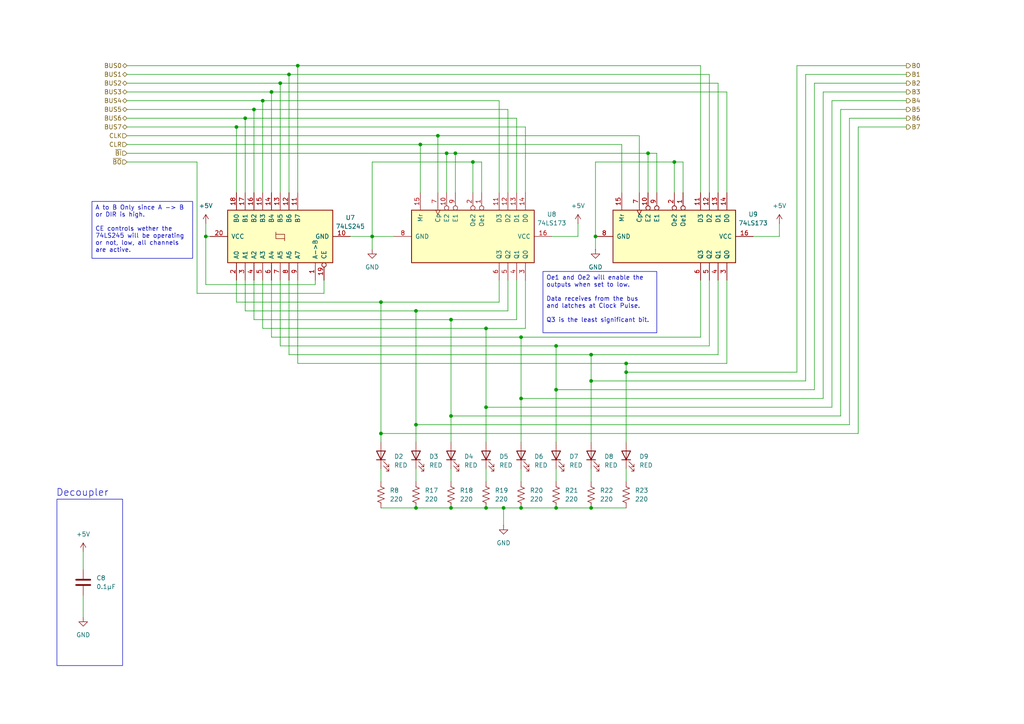
<source format=kicad_sch>
(kicad_sch (version 20250114) (generator "eeschema") (generator_version "9.0")
  (paper "A4")
  (lib_symbols
    (symbol "74xx:74LS173" (pin_names (offset 1.016))
      (property "Reference" "U" (at -7.62 19.05 0))
      (property "Value" "74LS173" (at -7.62 -19.05 0))
      (symbol "74LS173_1_0"
        (pin input line (at -12.7 15.24 0) (length 5.08) (name "D0") (number "14"))
        (pin input line (at -12.7 12.7 0) (length 5.08) (name "D1") (number "13"))
        (pin input line (at -12.7 10.16 0) (length 5.08) (name "D2") (number "12"))
        (pin input line (at -12.7 7.62 0) (length 5.08) (name "D3") (number "11"))
        (pin input inverted (at -12.7 2.54 0) (length 5.08) (name "Oe1") (number "1"))
        (pin input inverted (at -12.7 0 0) (length 5.08) (name "Oe2") (number "2"))
        (pin input inverted (at -12.7 -5.08 0) (length 5.08) (name "E1") (number "9"))
        (pin input inverted (at -12.7 -7.62 0) (length 5.08) (name "E2") (number "10"))
        (pin input clock (at -12.7 -10.16 0) (length 5.08) (name "Cp") (number "7"))
        (pin input line (at -12.7 -15.24 0) (length 5.08) (name "Mr") (number "15"))
        (pin power_in line (at 0 22.86 270) (length 5.08) (name "VCC") (number "16"))
        (pin power_in line (at 0 -22.86 90) (length 5.08) (name "GND") (number "8"))
        (pin tri_state line (at 12.7 15.24 180) (length 5.08) (name "Q0") (number "3"))
        (pin tri_state line (at 12.7 12.7 180) (length 5.08) (name "Q1") (number "4"))
        (pin tri_state line (at 12.7 10.16 180) (length 5.08) (name "Q2") (number "5"))
        (pin tri_state line (at 12.7 7.62 180) (length 5.08) (name "Q3") (number "6"))
      )
      (symbol "74LS173_1_1"
        (rectangle (start -7.62 17.78) (end 7.62 -17.78) (stroke (width 0.254)) (fill (type background)))
      )
    )
    (symbol "74xx:74LS245" (pin_names (offset 1.016))
      (property "Reference" "U" (at -7.62 16.51 0))
      (property "Value" "74LS245" (at -7.62 -16.51 0))
      (symbol "74LS245_1_0"
        (polyline (pts (xy -1.27 -1.27) (xy 0.635 -1.27) (xy 0.635 1.27) (xy 1.27 1.27)))
        (polyline (pts (xy -0.635 -1.27) (xy -0.635 1.27) (xy 0.635 1.27)))
        (pin tri_state line (at -12.7 12.7 0) (length 5.08) (name "A0") (number "2"))
        (pin tri_state line (at -12.7 10.16 0) (length 5.08) (name "A1") (number "3"))
        (pin tri_state line (at -12.7 7.62 0) (length 5.08) (name "A2") (number "4"))
        (pin tri_state line (at -12.7 5.08 0) (length 5.08) (name "A3") (number "5"))
        (pin tri_state line (at -12.7 2.54 0) (length 5.08) (name "A4") (number "6"))
        (pin tri_state line (at -12.7 0 0) (length 5.08) (name "A5") (number "7"))
        (pin tri_state line (at -12.7 -2.54 0) (length 5.08) (name "A6") (number "8"))
        (pin tri_state line (at -12.7 -5.08 0) (length 5.08) (name "A7") (number "9"))
        (pin input line (at -12.7 -10.16 0) (length 5.08) (name "A->B") (number "1"))
        (pin input inverted (at -12.7 -12.7 0) (length 5.08) (name "CE") (number "19"))
        (pin power_in line (at 0 20.32 270) (length 5.08) (name "VCC") (number "20"))
        (pin power_in line (at 0 -20.32 90) (length 5.08) (name "GND") (number "10"))
        (pin tri_state line (at 12.7 12.7 180) (length 5.08) (name "B0") (number "18"))
        (pin tri_state line (at 12.7 10.16 180) (length 5.08) (name "B1") (number "17"))
        (pin tri_state line (at 12.7 7.62 180) (length 5.08) (name "B2") (number "16"))
        (pin tri_state line (at 12.7 5.08 180) (length 5.08) (name "B3") (number "15"))
        (pin tri_state line (at 12.7 2.54 180) (length 5.08) (name "B4") (number "14"))
        (pin tri_state line (at 12.7 0 180) (length 5.08) (name "B5") (number "13"))
        (pin tri_state line (at 12.7 -2.54 180) (length 5.08) (name "B6") (number "12"))
        (pin tri_state line (at 12.7 -5.08 180) (length 5.08) (name "B7") (number "11"))
      )
      (symbol "74LS245_1_1"
        (rectangle (start -7.62 15.24) (end 7.62 -15.24) (stroke (width 0.254)) (fill (type background)))
      )
    )
    (symbol "Device:C" (pin_numbers (hide yes)) (pin_names (offset 0.254))
      (property "Reference" "C" (at 0.635 2.54 0))
      (property "Value" "C" (at 0.635 -2.54 0))
      (symbol "C_0_1"
        (polyline (pts (xy -2.032 0.762) (xy 2.032 0.762)) (stroke (width 0.508)))
        (polyline (pts (xy -2.032 -0.762) (xy 2.032 -0.762)) (stroke (width 0.508)))
      )
      (symbol "C_1_1"
        (pin passive line (at 0 3.81 270) (length 2.794) (name "~") (number "1"))
        (pin passive line (at 0 -3.81 90) (length 2.794) (name "~") (number "2"))
      )
    )
    (symbol "Device:LED" (pin_numbers (hide yes)) (pin_names (offset 1.016) (hide yes))
      (property "Reference" "D" (at 0 2.54 0))
      (property "Value" "LED" (at 0 -2.54 0))
      (symbol "LED_0_1"
        (polyline (pts (xy -3.048 -0.762) (xy -4.572 -2.286) (xy -3.81 -2.286) (xy -4.572 -2.286) (xy -4.572 -1.524)))
        (polyline (pts (xy -1.778 -0.762) (xy -3.302 -2.286) (xy -2.54 -2.286) (xy -3.302 -2.286) (xy -3.302 -1.524)))
        (polyline (pts (xy -1.27 0) (xy 1.27 0)))
        (polyline (pts (xy -1.27 -1.27) (xy -1.27 1.27)) (stroke (width 0.254)))
        (polyline (pts (xy 1.27 -1.27) (xy 1.27 1.27) (xy -1.27 0) (xy 1.27 -1.27)) (stroke (width 0.254)))
      )
      (symbol "LED_1_1"
        (pin passive line (at -3.81 0 0) (length 2.54) (name "K") (number "1"))
        (pin passive line (at 3.81 0 180) (length 2.54) (name "A") (number "2"))
      )
    )
    (symbol "Device:R_US" (pin_numbers (hide yes)) (pin_names (offset 0))
      (property "Reference" "R" (at 2.54 0 90))
      (property "Value" "R_US" (at -2.54 0 90))
      (symbol "R_US_0_1"
        (polyline (pts (xy 0 2.286) (xy 0 2.54)))
        (polyline (pts (xy 0 2.286) (xy 1.016 1.905) (xy 0 1.524) (xy -1.016 1.143) (xy 0 0.762)))
        (polyline (pts (xy 0 0.762) (xy 1.016 0.381) (xy 0 0) (xy -1.016 -0.381) (xy 0 -0.762)))
        (polyline (pts (xy 0 -0.762) (xy 1.016 -1.143) (xy 0 -1.524) (xy -1.016 -1.905) (xy 0 -2.286)))
        (polyline (pts (xy 0 -2.286) (xy 0 -2.54)))
      )
      (symbol "R_US_1_1"
        (pin passive line (at 0 3.81 270) (length 1.27) (name "~") (number "1"))
        (pin passive line (at 0 -3.81 90) (length 1.27) (name "~") (number "2"))
      )
    )
    (symbol "power:+5V" (power) (pin_numbers (hide yes)) (pin_names (offset 0) (hide yes))
      (property "Value" "+5V" (at 0 3.556 0))
      (symbol "+5V_0_1"
        (polyline (pts (xy -0.762 1.27) (xy 0 2.54)))
        (polyline (pts (xy 0 2.54) (xy 0.762 1.27)))
        (polyline (pts (xy 0 0) (xy 0 2.54)))
      )
      (symbol "+5V_1_1"
        (pin power_in line (at 0 0 90) (length 0) (name "~") (number "1"))
      )
    )
    (symbol "power:GND" (power) (pin_numbers (hide yes)) (pin_names (offset 0) (hide yes))
      (property "Value" "GND" (at 0 -3.81 0))
      (symbol "GND_0_1"
        (polyline (pts (xy 0 0) (xy 0 -1.27) (xy 1.27 -1.27) (xy 0 -2.54) (xy -1.27 -1.27) (xy 0 -1.27)))
      )
      (symbol "GND_1_1"
        (pin power_in line (at 0 0 270) (length 0) (name "~") (number "1"))
      )
    )
  )
  (rectangle (start 16.51 144.78) (end 35.56 193.04))
  (text "Decoupler" (at 16.256 143.002 0) (effects (font (size 2.032 2.032)) (justify left)))
  (text_box "A to B Only since A -> B or DIR is high.\n\nCE controls wether the 74LS245 will be operating or not, low, all channels are active." (at 26.67 58.42 0) (size 29.21 16.51) (margins 0.9525 0.9525 0.9525 0.9525) (effects (font (size 1.27 1.27)) (justify left top)))
  (text_box "Oe1 and Oe2 will enable the outputs when set to low.\n\nData receives from the bus and latches at Clock Pulse.\n\nQ3 is the least significant bit." (at 157.48 78.74 0) (size 33.02 17.78) (margins 0.9525 0.9525 0.9525 0.9525) (effects (font (size 1.27 1.27)) (justify left top)))
  (junction (at 73.66 31.75))
  (junction (at 140.97 118.11))
  (junction (at 110.49 87.63))
  (junction (at 59.69 68.58))
  (junction (at 121.92 41.91))
  (junction (at 171.45 102.87))
  (junction (at 130.81 92.71))
  (junction (at 172.72 68.58))
  (junction (at 146.05 147.32))
  (junction (at 110.49 125.73))
  (junction (at 81.28 24.13))
  (junction (at 151.13 97.79))
  (junction (at 195.58 46.99))
  (junction (at 129.54 44.45))
  (junction (at 83.82 21.59))
  (junction (at 130.81 147.32))
  (junction (at 171.45 110.49))
  (junction (at 161.29 113.03))
  (junction (at 137.16 46.99))
  (junction (at 187.96 44.45))
  (junction (at 132.08 44.45))
  (junction (at 71.12 34.29))
  (junction (at 68.58 36.83))
  (junction (at 151.13 147.32))
  (junction (at 151.13 115.57))
  (junction (at 140.97 95.25))
  (junction (at 120.65 123.19))
  (junction (at 120.65 90.17))
  (junction (at 120.65 147.32))
  (junction (at 78.74 26.67))
  (junction (at 161.29 100.33))
  (junction (at 76.2 29.21))
  (junction (at 181.61 105.41))
  (junction (at 86.36 19.05))
  (junction (at 181.61 107.95))
  (junction (at 161.29 147.32))
  (junction (at 130.81 120.65))
  (junction (at 107.95 68.58))
  (junction (at 127 39.37))
  (junction (at 140.97 147.32))
  (junction (at 171.45 147.32))
  (wire (pts (xy 130.81 120.65) (xy 130.81 128.27)))
  (wire (pts (xy 140.97 135.89) (xy 140.97 139.7)))
  (wire (pts (xy 144.78 29.21) (xy 76.2 29.21)))
  (wire (pts (xy 205.74 100.33) (xy 161.29 100.33)))
  (wire (pts (xy 238.76 26.67) (xy 238.76 115.57)))
  (wire (pts (xy 236.22 113.03) (xy 161.29 113.03)))
  (wire (pts (xy 110.49 125.73) (xy 110.49 128.27)))
  (wire (pts (xy 161.29 100.33) (xy 81.28 100.33)))
  (wire (pts (xy 57.15 85.09) (xy 57.15 46.99)))
  (wire (pts (xy 146.05 147.32) (xy 151.13 147.32)))
  (wire (pts (xy 147.32 31.75) (xy 73.66 31.75)))
  (wire (pts (xy 110.49 135.89) (xy 110.49 139.7)))
  (wire (pts (xy 144.78 55.88) (xy 144.78 29.21)))
  (wire (pts (xy 147.32 90.17) (xy 120.65 90.17)))
  (wire (pts (xy 83.82 21.59) (xy 36.83 21.59)))
  (wire (pts (xy 195.58 46.99) (xy 195.58 55.88)))
  (wire (pts (xy 241.3 118.11) (xy 140.97 118.11)))
  (wire (pts (xy 130.81 135.89) (xy 130.81 139.7)))
  (wire (pts (xy 36.83 44.45) (xy 129.54 44.45)))
  (wire (pts (xy 262.89 31.75) (xy 243.84 31.75)))
  (wire (pts (xy 243.84 31.75) (xy 243.84 120.65)))
  (wire (pts (xy 73.66 31.75) (xy 36.83 31.75)))
  (wire (pts (xy 181.61 107.95) (xy 181.61 128.27)))
  (wire (pts (xy 198.12 46.99) (xy 195.58 46.99)))
  (wire (pts (xy 151.13 97.79) (xy 78.74 97.79)))
  (wire (pts (xy 161.29 100.33) (xy 161.29 113.03)))
  (wire (pts (xy 36.83 46.99) (xy 57.15 46.99)))
  (wire (pts (xy 93.98 85.09) (xy 57.15 85.09)))
  (wire (pts (xy 146.05 147.32) (xy 140.97 147.32)))
  (wire (pts (xy 231.14 19.05) (xy 231.14 107.95)))
  (wire (pts (xy 81.28 24.13) (xy 81.28 55.88)))
  (wire (pts (xy 81.28 24.13) (xy 36.83 24.13)))
  (wire (pts (xy 152.4 95.25) (xy 140.97 95.25)))
  (wire (pts (xy 171.45 110.49) (xy 171.45 128.27)))
  (wire (pts (xy 101.6 68.58) (xy 107.95 68.58)))
  (wire (pts (xy 210.82 26.67) (xy 78.74 26.67)))
  (wire (pts (xy 107.95 68.58) (xy 114.3 68.58)))
  (wire (pts (xy 233.68 21.59) (xy 233.68 110.49)))
  (wire (pts (xy 71.12 90.17) (xy 71.12 81.28)))
  (wire (pts (xy 71.12 34.29) (xy 149.86 34.29)))
  (wire (pts (xy 171.45 147.32) (xy 181.61 147.32)))
  (wire (pts (xy 210.82 105.41) (xy 181.61 105.41)))
  (wire (pts (xy 121.92 41.91) (xy 180.34 41.91)))
  (wire (pts (xy 59.69 82.55) (xy 59.69 68.58)))
  (wire (pts (xy 149.86 81.28) (xy 149.86 92.71)))
  (wire (pts (xy 91.44 82.55) (xy 59.69 82.55)))
  (wire (pts (xy 110.49 87.63) (xy 110.49 125.73)))
  (wire (pts (xy 68.58 36.83) (xy 36.83 36.83)))
  (wire (pts (xy 129.54 44.45) (xy 129.54 55.88)))
  (wire (pts (xy 208.28 55.88) (xy 208.28 24.13)))
  (wire (pts (xy 132.08 44.45) (xy 132.08 55.88)))
  (wire (pts (xy 130.81 92.71) (xy 130.81 120.65)))
  (wire (pts (xy 149.86 55.88) (xy 149.86 34.29)))
  (wire (pts (xy 161.29 147.32) (xy 171.45 147.32)))
  (wire (pts (xy 262.89 19.05) (xy 231.14 19.05)))
  (wire (pts (xy 181.61 105.41) (xy 181.61 107.95)))
  (wire (pts (xy 210.82 81.28) (xy 210.82 105.41)))
  (wire (pts (xy 59.69 64.77) (xy 59.69 68.58)))
  (wire (pts (xy 36.83 41.91) (xy 121.92 41.91)))
  (wire (pts (xy 152.4 81.28) (xy 152.4 95.25)))
  (wire (pts (xy 120.65 147.32) (xy 130.81 147.32)))
  (wire (pts (xy 149.86 92.71) (xy 130.81 92.71)))
  (wire (pts (xy 73.66 31.75) (xy 73.66 55.88)))
  (wire (pts (xy 36.83 34.29) (xy 71.12 34.29)))
  (wire (pts (xy 107.95 46.99) (xy 107.95 68.58)))
  (wire (pts (xy 83.82 102.87) (xy 83.82 81.28)))
  (wire (pts (xy 172.72 46.99) (xy 172.72 68.58)))
  (wire (pts (xy 203.2 81.28) (xy 203.2 97.79)))
  (wire (pts (xy 140.97 95.25) (xy 140.97 118.11)))
  (wire (pts (xy 171.45 135.89) (xy 171.45 139.7)))
  (wire (pts (xy 107.95 68.58) (xy 107.95 72.39)))
  (wire (pts (xy 243.84 120.65) (xy 130.81 120.65)))
  (wire (pts (xy 226.06 64.77) (xy 226.06 68.58)))
  (wire (pts (xy 203.2 97.79) (xy 151.13 97.79)))
  (wire (pts (xy 86.36 105.41) (xy 86.36 81.28)))
  (wire (pts (xy 76.2 29.21) (xy 76.2 55.88)))
  (wire (pts (xy 129.54 44.45) (xy 132.08 44.45)))
  (wire (pts (xy 205.74 81.28) (xy 205.74 100.33)))
  (wire (pts (xy 78.74 97.79) (xy 78.74 81.28)))
  (wire (pts (xy 140.97 118.11) (xy 140.97 128.27)))
  (wire (pts (xy 248.92 36.83) (xy 248.92 125.73)))
  (wire (pts (xy 181.61 105.41) (xy 86.36 105.41)))
  (wire (pts (xy 210.82 55.88) (xy 210.82 26.67)))
  (wire (pts (xy 110.49 87.63) (xy 68.58 87.63)))
  (wire (pts (xy 151.13 147.32) (xy 161.29 147.32)))
  (wire (pts (xy 137.16 46.99) (xy 107.95 46.99)))
  (wire (pts (xy 236.22 24.13) (xy 236.22 113.03)))
  (wire (pts (xy 208.28 24.13) (xy 81.28 24.13)))
  (wire (pts (xy 262.89 21.59) (xy 233.68 21.59)))
  (wire (pts (xy 203.2 19.05) (xy 86.36 19.05)))
  (wire (pts (xy 152.4 36.83) (xy 68.58 36.83)))
  (wire (pts (xy 144.78 81.28) (xy 144.78 87.63)))
  (wire (pts (xy 161.29 113.03) (xy 161.29 128.27)))
  (wire (pts (xy 262.89 24.13) (xy 236.22 24.13)))
  (wire (pts (xy 248.92 125.73) (xy 110.49 125.73)))
  (wire (pts (xy 83.82 21.59) (xy 83.82 55.88)))
  (wire (pts (xy 208.28 102.87) (xy 171.45 102.87)))
  (wire (pts (xy 246.38 123.19) (xy 120.65 123.19)))
  (wire (pts (xy 86.36 19.05) (xy 36.83 19.05)))
  (wire (pts (xy 151.13 115.57) (xy 151.13 128.27)))
  (wire (pts (xy 262.89 36.83) (xy 248.92 36.83)))
  (wire (pts (xy 195.58 46.99) (xy 172.72 46.99)))
  (wire (pts (xy 233.68 110.49) (xy 171.45 110.49)))
  (wire (pts (xy 130.81 92.71) (xy 73.66 92.71)))
  (wire (pts (xy 120.65 135.89) (xy 120.65 139.7)))
  (wire (pts (xy 185.42 39.37) (xy 127 39.37)))
  (wire (pts (xy 81.28 81.28) (xy 81.28 100.33)))
  (wire (pts (xy 93.98 81.28) (xy 93.98 85.09)))
  (wire (pts (xy 76.2 29.21) (xy 36.83 29.21)))
  (wire (pts (xy 151.13 135.89) (xy 151.13 139.7)))
  (wire (pts (xy 121.92 41.91) (xy 121.92 55.88)))
  (wire (pts (xy 187.96 55.88) (xy 187.96 44.45)))
  (wire (pts (xy 172.72 68.58) (xy 172.72 72.39)))
  (wire (pts (xy 24.13 172.72) (xy 24.13 179.07)))
  (wire (pts (xy 180.34 41.91) (xy 180.34 55.88)))
  (wire (pts (xy 73.66 92.71) (xy 73.66 81.28)))
  (wire (pts (xy 171.45 102.87) (xy 171.45 110.49)))
  (wire (pts (xy 68.58 36.83) (xy 68.58 55.88)))
  (wire (pts (xy 161.29 135.89) (xy 161.29 139.7)))
  (wire (pts (xy 205.74 55.88) (xy 205.74 21.59)))
  (wire (pts (xy 120.65 123.19) (xy 120.65 128.27)))
  (wire (pts (xy 167.64 64.77) (xy 167.64 68.58)))
  (wire (pts (xy 144.78 87.63) (xy 110.49 87.63)))
  (wire (pts (xy 231.14 107.95) (xy 181.61 107.95)))
  (wire (pts (xy 203.2 55.88) (xy 203.2 19.05)))
  (wire (pts (xy 140.97 95.25) (xy 76.2 95.25)))
  (wire (pts (xy 71.12 34.29) (xy 71.12 55.88)))
  (wire (pts (xy 139.7 55.88) (xy 139.7 46.99)))
  (wire (pts (xy 120.65 90.17) (xy 120.65 123.19)))
  (wire (pts (xy 127 39.37) (xy 36.83 39.37)))
  (wire (pts (xy 185.42 55.88) (xy 185.42 39.37)))
  (wire (pts (xy 146.05 147.32) (xy 146.05 152.4)))
  (wire (pts (xy 132.08 44.45) (xy 187.96 44.45)))
  (wire (pts (xy 205.74 21.59) (xy 83.82 21.59)))
  (wire (pts (xy 130.81 147.32) (xy 140.97 147.32)))
  (wire (pts (xy 187.96 44.45) (xy 190.5 44.45)))
  (wire (pts (xy 246.38 34.29) (xy 246.38 123.19)))
  (wire (pts (xy 238.76 115.57) (xy 151.13 115.57)))
  (wire (pts (xy 86.36 19.05) (xy 86.36 55.88)))
  (wire (pts (xy 24.13 160.02) (xy 24.13 165.1)))
  (wire (pts (xy 167.64 68.58) (xy 160.02 68.58)))
  (wire (pts (xy 208.28 81.28) (xy 208.28 102.87)))
  (wire (pts (xy 147.32 81.28) (xy 147.32 90.17)))
  (wire (pts (xy 139.7 46.99) (xy 137.16 46.99)))
  (wire (pts (xy 78.74 26.67) (xy 78.74 55.88)))
  (wire (pts (xy 152.4 55.88) (xy 152.4 36.83)))
  (wire (pts (xy 262.89 34.29) (xy 246.38 34.29)))
  (wire (pts (xy 181.61 135.89) (xy 181.61 139.7)))
  (wire (pts (xy 262.89 29.21) (xy 241.3 29.21)))
  (wire (pts (xy 151.13 97.79) (xy 151.13 115.57)))
  (wire (pts (xy 262.89 26.67) (xy 238.76 26.67)))
  (wire (pts (xy 91.44 81.28) (xy 91.44 82.55)))
  (wire (pts (xy 241.3 29.21) (xy 241.3 118.11)))
  (wire (pts (xy 226.06 68.58) (xy 218.44 68.58)))
  (wire (pts (xy 198.12 55.88) (xy 198.12 46.99)))
  (wire (pts (xy 68.58 87.63) (xy 68.58 81.28)))
  (wire (pts (xy 59.69 68.58) (xy 60.96 68.58)))
  (wire (pts (xy 147.32 55.88) (xy 147.32 31.75)))
  (wire (pts (xy 76.2 95.25) (xy 76.2 81.28)))
  (wire (pts (xy 190.5 55.88) (xy 190.5 44.45)))
  (wire (pts (xy 171.45 102.87) (xy 83.82 102.87)))
  (wire (pts (xy 127 39.37) (xy 127 55.88)))
  (wire (pts (xy 137.16 46.99) (xy 137.16 55.88)))
  (wire (pts (xy 110.49 147.32) (xy 120.65 147.32)))
  (wire (pts (xy 120.65 90.17) (xy 71.12 90.17)))
  (wire (pts (xy 78.74 26.67) (xy 36.83 26.67)))
  (hierarchical_label "~{BO}" (shape input) (at 36.83 46.99 180))
  (hierarchical_label "B0" (shape output) (at 262.89 19.05 0))
  (hierarchical_label "BUS1" (shape bidirectional) (at 36.83 21.59 180))
  (hierarchical_label "BUS6" (shape bidirectional) (at 36.83 34.29 180))
  (hierarchical_label "BUS5" (shape bidirectional) (at 36.83 31.75 180))
  (hierarchical_label "BUS2" (shape bidirectional) (at 36.83 24.13 180))
  (hierarchical_label "B2" (shape output) (at 262.89 24.13 0))
  (hierarchical_label "B1" (shape output) (at 262.89 21.59 0))
  (hierarchical_label "BUS0" (shape bidirectional) (at 36.83 19.05 180))
  (hierarchical_label "B4" (shape output) (at 262.89 29.21 0))
  (hierarchical_label "BUS7" (shape bidirectional) (at 36.83 36.83 180))
  (hierarchical_label "BUS4" (shape bidirectional) (at 36.83 29.21 180))
  (hierarchical_label "CLR" (shape input) (at 36.83 41.91 180))
  (hierarchical_label "B3" (shape output) (at 262.89 26.67 0))
  (hierarchical_label "~{BI}" (shape input) (at 36.83 44.45 180))
  (hierarchical_label "B5" (shape output) (at 262.89 31.75 0))
  (hierarchical_label "CLK" (shape input) (at 36.83 39.37 180))
  (hierarchical_label "B7" (shape output) (at 262.89 36.83 0))
  (hierarchical_label "B6" (shape output) (at 262.89 34.29 0))
  (hierarchical_label "BUS3" (shape bidirectional) (at 36.83 26.67 180))
  (symbol (lib_id "Device:R_US") (at 171.45 143.51 0) (unit 1)
    (property "Reference" "R22" (at 173.99 142.2399 0) (effects (justify left)))
    (property "Value" "220" (at 173.99 144.7799 0) (effects (justify left)))
    (property "Description" "Resistor, US symbol" (effects (hide yes)))
  )
  (symbol (lib_id "power:+5V") (at 226.06 64.77 0) (unit 1)
    (property "Reference" "#PWR031" (effects (hide yes)))
    (property "Value" "+5V" (at 226.06 59.69 0))
    (property "Description" "Power symbol creates a global label with name \"+5V\"" (effects (hide yes)))
  )
  (symbol (lib_id "power:+5V") (at 59.69 64.77 0) (unit 1)
    (property "Reference" "#PWR026" (effects (hide yes)))
    (property "Value" "+5V" (at 59.69 59.69 0))
    (property "Description" "Power symbol creates a global label with name \"+5V\"" (effects (hide yes)))
  )
  (symbol (lib_id "Device:LED") (at 171.45 132.08 90) (unit 1)
    (property "Reference" "D8" (at 175.26 132.3974 90) (effects (justify right)))
    (property "Value" "RED" (at 175.26 134.9374 90) (effects (justify right)))
    (property "Description" "Light emitting diode" (effects (hide yes)))
    (property "Sim.Pins" "1=K 2=A" (effects (hide yes)))
  )
  (symbol (lib_id "Device:R_US") (at 181.61 143.51 0) (unit 1)
    (property "Reference" "R23" (at 184.15 142.2399 0) (effects (justify left)))
    (property "Value" "220" (at 184.15 144.7799 0) (effects (justify left)))
    (property "Description" "Resistor, US symbol" (effects (hide yes)))
  )
  (symbol (lib_id "power:GND") (at 146.05 152.4 0) (unit 1)
    (property "Reference" "#PWR028" (effects (hide yes)))
    (property "Value" "GND" (at 146.05 157.48 0))
    (property "Description" "Power symbol creates a global label with name \"GND\" , ground" (effects (hide yes)))
  )
  (symbol (lib_id "74xx:74LS245") (at 81.28 68.58 90) (unit 1)
    (property "Reference" "U7" (at 101.6 63.1346 90))
    (property "Value" "74LS245" (at 101.6 65.6746 90))
    (property "Datasheet" "http://www.ti.com/lit/gpn/sn74LS245" (effects (hide yes)))
    (property "Description" "Octal BUS Transceivers, 3-State outputs" (effects (hide yes)))
  )
  (symbol (lib_id "power:+5V") (at 24.13 160.02 0) (unit 1)
    (property "Reference" "#PWR018" (effects (hide yes)))
    (property "Value" "+5V" (at 24.13 154.94 0))
    (property "Description" "Power symbol creates a global label with name \"+5V\"" (effects (hide yes)))
  )
  (symbol (lib_id "power:GND") (at 107.95 72.39 0) (unit 1)
    (property "Reference" "#PWR027" (effects (hide yes)))
    (property "Value" "GND" (at 107.95 77.47 0))
    (property "Description" "Power symbol creates a global label with name \"GND\" , ground" (effects (hide yes)))
  )
  (symbol (lib_id "Device:LED") (at 140.97 132.08 90) (unit 1)
    (property "Reference" "D5" (at 144.78 132.3974 90) (effects (justify right)))
    (property "Value" "RED" (at 144.78 134.9374 90) (effects (justify right)))
    (property "Description" "Light emitting diode" (effects (hide yes)))
    (property "Sim.Pins" "1=K 2=A" (effects (hide yes)))
  )
  (symbol (lib_id "Device:R_US") (at 110.49 143.51 0) (unit 1)
    (property "Reference" "R8" (at 113.03 142.2399 0) (effects (justify left)))
    (property "Value" "220" (at 113.03 144.7799 0) (effects (justify left)))
    (property "Description" "Resistor, US symbol" (effects (hide yes)))
  )
  (symbol (lib_id "Device:LED") (at 120.65 132.08 90) (unit 1)
    (property "Reference" "D3" (at 124.46 132.3974 90) (effects (justify right)))
    (property "Value" "RED" (at 124.46 134.9374 90) (effects (justify right)))
    (property "Description" "Light emitting diode" (effects (hide yes)))
    (property "Sim.Pins" "1=K 2=A" (effects (hide yes)))
  )
  (symbol (lib_id "power:+5V") (at 167.64 64.77 0) (unit 1)
    (property "Reference" "#PWR029" (effects (hide yes)))
    (property "Value" "+5V" (at 167.64 59.69 0))
    (property "Description" "Power symbol creates a global label with name \"+5V\"" (effects (hide yes)))
  )
  (symbol (lib_id "Device:LED") (at 161.29 132.08 90) (unit 1)
    (property "Reference" "D7" (at 165.1 132.3974 90) (effects (justify right)))
    (property "Value" "RED" (at 165.1 134.9374 90) (effects (justify right)))
    (property "Description" "Light emitting diode" (effects (hide yes)))
    (property "Sim.Pins" "1=K 2=A" (effects (hide yes)))
  )
  (symbol (lib_id "power:GND") (at 172.72 72.39 0) (unit 1)
    (property "Reference" "#PWR030" (effects (hide yes)))
    (property "Value" "GND" (at 172.72 77.47 0))
    (property "Description" "Power symbol creates a global label with name \"GND\" , ground" (effects (hide yes)))
  )
  (symbol (lib_id "Device:LED") (at 151.13 132.08 90) (unit 1)
    (property "Reference" "D6" (at 154.94 132.3974 90) (effects (justify right)))
    (property "Value" "RED" (at 154.94 134.9374 90) (effects (justify right)))
    (property "Description" "Light emitting diode" (effects (hide yes)))
    (property "Sim.Pins" "1=K 2=A" (effects (hide yes)))
  )
  (symbol (lib_id "Device:R_US") (at 161.29 143.51 0) (unit 1)
    (property "Reference" "R21" (at 163.83 142.2399 0) (effects (justify left)))
    (property "Value" "220" (at 163.83 144.7799 0) (effects (justify left)))
    (property "Description" "Resistor, US symbol" (effects (hide yes)))
  )
  (symbol (lib_id "Device:LED") (at 130.81 132.08 90) (unit 1)
    (property "Reference" "D4" (at 134.62 132.3974 90) (effects (justify right)))
    (property "Value" "RED" (at 134.62 134.9374 90) (effects (justify right)))
    (property "Description" "Light emitting diode" (effects (hide yes)))
    (property "Sim.Pins" "1=K 2=A" (effects (hide yes)))
  )
  (symbol (lib_id "Device:R_US") (at 120.65 143.51 0) (unit 1)
    (property "Reference" "R17" (at 123.19 142.2399 0) (effects (justify left)))
    (property "Value" "220" (at 123.19 144.7799 0) (effects (justify left)))
    (property "Description" "Resistor, US symbol" (effects (hide yes)))
  )
  (symbol (lib_id "Device:LED") (at 181.61 132.08 90) (unit 1)
    (property "Reference" "D9" (at 185.42 132.3974 90) (effects (justify right)))
    (property "Value" "RED" (at 185.42 134.9374 90) (effects (justify right)))
    (property "Description" "Light emitting diode" (effects (hide yes)))
    (property "Sim.Pins" "1=K 2=A" (effects (hide yes)))
  )
  (symbol (lib_id "Device:LED") (at 110.49 132.08 90) (unit 1)
    (property "Reference" "D2" (at 114.3 132.3974 90) (effects (justify right)))
    (property "Value" "RED" (at 114.3 134.9374 90) (effects (justify right)))
    (property "Description" "Light emitting diode" (effects (hide yes)))
    (property "Sim.Pins" "1=K 2=A" (effects (hide yes)))
  )
  (symbol (lib_id "Device:R_US") (at 140.97 143.51 0) (unit 1)
    (property "Reference" "R19" (at 143.51 142.2399 0) (effects (justify left)))
    (property "Value" "220" (at 143.51 144.7799 0) (effects (justify left)))
    (property "Description" "Resistor, US symbol" (effects (hide yes)))
  )
  (symbol (lib_id "74xx:74LS173") (at 137.16 68.58 270) (unit 1)
    (property "Reference" "U8" (at 160.02 62.1598 90))
    (property "Value" "74LS173" (at 160.02 64.6998 90))
    (property "Datasheet" "http://www.ti.com/lit/gpn/sn74LS173" (effects (hide yes)))
    (property "Description" "4-bit D-type Register, 3 state out" (effects (hide yes)))
  )
  (symbol (lib_id "74xx:74LS173") (at 195.58 68.58 270) (unit 1)
    (property "Reference" "U9" (at 218.44 62.1598 90))
    (property "Value" "74LS173" (at 218.44 64.6998 90))
    (property "Datasheet" "http://www.ti.com/lit/gpn/sn74LS173" (effects (hide yes)))
    (property "Description" "4-bit D-type Register, 3 state out" (effects (hide yes)))
  )
  (symbol (lib_id "Device:R_US") (at 130.81 143.51 0) (unit 1)
    (property "Reference" "R18" (at 133.35 142.2399 0) (effects (justify left)))
    (property "Value" "220" (at 133.35 144.7799 0) (effects (justify left)))
    (property "Description" "Resistor, US symbol" (effects (hide yes)))
  )
  (symbol (lib_id "Device:C") (at 24.13 168.91 0) (unit 1)
    (property "Reference" "C8" (at 27.94 167.6399 0) (effects (justify left)))
    (property "Value" "0.1µF" (at 27.94 170.1799 0) (effects (justify left)))
    (property "Description" "Unpolarized capacitor" (effects (hide yes)))
  )
  (symbol (lib_id "power:GND") (at 24.13 179.07 0) (unit 1)
    (property "Reference" "#PWR019" (effects (hide yes)))
    (property "Value" "GND" (at 24.13 184.15 0))
    (property "Description" "Power symbol creates a global label with name \"GND\" , ground" (effects (hide yes)))
  )
  (symbol (lib_id "Device:R_US") (at 151.13 143.51 0) (unit 1)
    (property "Reference" "R20" (at 153.67 142.2399 0) (effects (justify left)))
    (property "Value" "220" (at 153.67 144.7799 0) (effects (justify left)))
    (property "Description" "Resistor, US symbol" (effects (hide yes)))
  )
)
</source>
